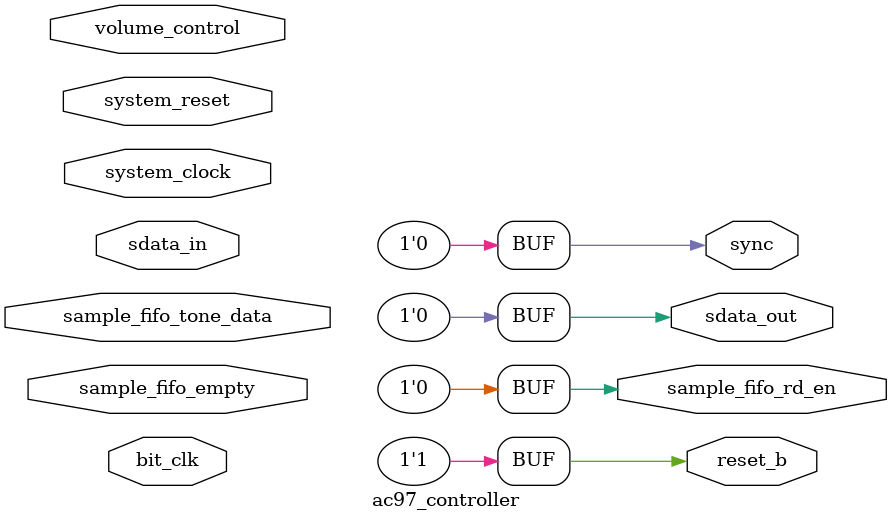
<source format=v>
`include "util.vh"

module ac97_controller #(
    parameter SYS_CLK_FREQ = 50_000_000
) (
    // AC97 Protocol Signals
    input sdata_in,           // Serial line from the codec (not used in this lab)
    input bit_clk,            // Bit clock from the codec (used for all logic in this module except reset)
    input [19:0] sample_fifo_tone_data,
    input sample_fifo_empty,
    output sample_fifo_rd_en,
    output sdata_out,         // Serial line to the codec
    output sync,              // Sync signal to the codec
    output reset_b,           // Active low reset (reset bar) to the codec
    input [3:0] volume_control,  // This input is tied to GPIO switches 3, 4, 5, 6

    input system_clock,       // Clock used for resetting codec
    input system_reset       // Reset signal coming from the CPU_RESET button
                              // you will need to generate the reset signal for the codec in this controller
                              // (This reset signal should trigger the codec reset)

);
    assign sdata_out = 1'b0;
    assign sync = 1'b0;
    assign sample_fifo_rd_en = 1'b0;
    assign reset_b = 1'b1;
endmodule

</source>
